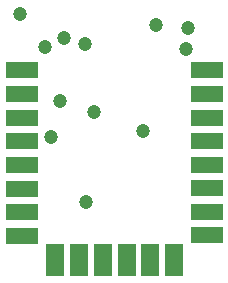
<source format=gbs>
G04 Layer_Color=16711935*
%FSLAX25Y25*%
%MOIN*%
G70*
G01*
G75*
%ADD42C,0.04737*%
%ADD43R,0.11036X0.05524*%
%ADD44R,0.06300X0.10800*%
D42*
X334842Y337795D02*
D03*
Y329782D02*
D03*
Y321982D02*
D03*
X397342Y290551D02*
D03*
X334842Y306182D02*
D03*
Y290400D02*
D03*
Y298382D02*
D03*
X397342Y345391D02*
D03*
X334744Y364469D02*
D03*
X356890Y301772D02*
D03*
X375886Y325394D02*
D03*
X397342Y329921D02*
D03*
Y322082D02*
D03*
X390650Y359744D02*
D03*
X380137Y360844D02*
D03*
X343012Y353445D02*
D03*
X356594Y354528D02*
D03*
X349606Y356398D02*
D03*
X390256Y352658D02*
D03*
X359449Y331594D02*
D03*
X344980Y323524D02*
D03*
X348130Y335433D02*
D03*
D43*
X335550Y345582D02*
D03*
Y337782D02*
D03*
Y329782D02*
D03*
Y321982D02*
D03*
Y314082D02*
D03*
X335450Y306182D02*
D03*
Y298382D02*
D03*
X396950Y290582D02*
D03*
Y306282D02*
D03*
Y314082D02*
D03*
Y322082D02*
D03*
Y329882D02*
D03*
Y337782D02*
D03*
Y345582D02*
D03*
X335450Y290482D02*
D03*
X396950Y298482D02*
D03*
D44*
X346550Y282382D02*
D03*
X354550D02*
D03*
X362350D02*
D03*
X370350D02*
D03*
X378150D02*
D03*
X385950D02*
D03*
M02*

</source>
